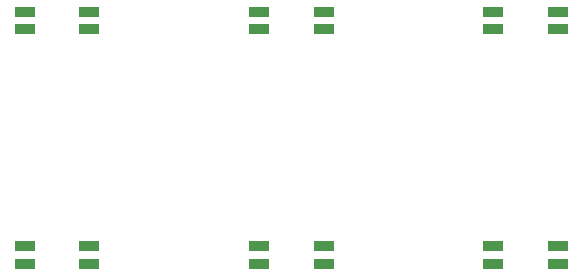
<source format=gbr>
G04 #@! TF.GenerationSoftware,KiCad,Pcbnew,(5.1.5)-3*
G04 #@! TF.CreationDate,2020-04-23T15:25:21-04:00*
G04 #@! TF.ProjectId,Flying_MX,466c7969-6e67-45f4-9d58-2e6b69636164,rev?*
G04 #@! TF.SameCoordinates,Original*
G04 #@! TF.FileFunction,Paste,Bot*
G04 #@! TF.FilePolarity,Positive*
%FSLAX46Y46*%
G04 Gerber Fmt 4.6, Leading zero omitted, Abs format (unit mm)*
G04 Created by KiCad (PCBNEW (5.1.5)-3) date 2020-04-23 15:25:21*
%MOMM*%
%LPD*%
G04 APERTURE LIST*
%ADD10R,1.800000X0.820000*%
G04 APERTURE END LIST*
D10*
X102762500Y-76156250D03*
X102762500Y-74656250D03*
X97262500Y-74656250D03*
X97262500Y-76156250D03*
X82918750Y-76156250D03*
X82918750Y-74656250D03*
X77418750Y-74656250D03*
X77418750Y-76156250D03*
X63075000Y-76156250D03*
X63075000Y-74656250D03*
X57575000Y-74656250D03*
X57575000Y-76156250D03*
X102762500Y-56312500D03*
X102762500Y-54812500D03*
X97262500Y-54812500D03*
X97262500Y-56312500D03*
X82918750Y-56312500D03*
X82918750Y-54812500D03*
X77418750Y-54812500D03*
X77418750Y-56312500D03*
X63075000Y-56312500D03*
X63075000Y-54812500D03*
X57575000Y-54812500D03*
X57575000Y-56312500D03*
M02*

</source>
